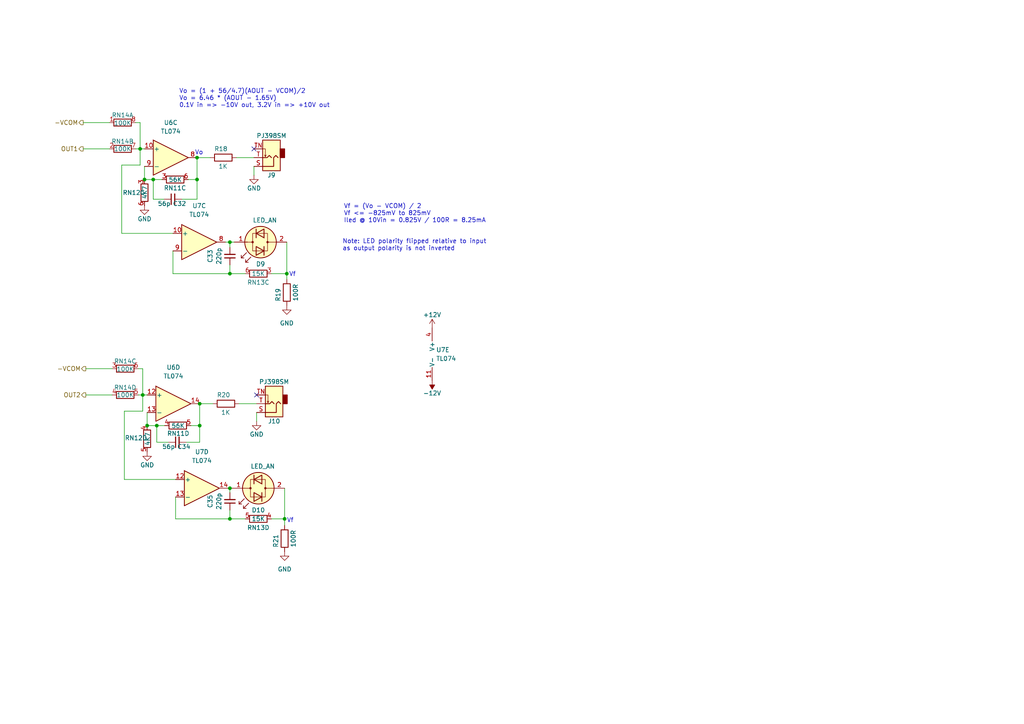
<source format=kicad_sch>
(kicad_sch (version 20211123) (generator eeschema)
  (paper "A4")
  (lib_symbols
    (symbol "Amplifier_Operational:TL074" (pin_names (offset 0.127))
      (property "Reference" "U" (at 0 5.08 0))
      (property "Value" "TL074" (at 0 -5.08 0))
      (symbol "TL074_1_1"
        (polyline (pts (xy -5.08 5.08) (xy 5.08 0) (xy -5.08 -5.08) (xy -5.08 5.08)) (stroke (width 0.254)) (fill (type background)))
        (pin output line (at 7.62 0 180) (length 2.54) (name "~") (number "1"))
        (pin input line (at -7.62 -2.54 0) (length 2.54) (name "-") (number "2"))
        (pin input line (at -7.62 2.54 0) (length 2.54) (name "+") (number "3"))
      )
      (symbol "TL074_2_1"
        (polyline (pts (xy -5.08 5.08) (xy 5.08 0) (xy -5.08 -5.08) (xy -5.08 5.08)) (stroke (width 0.254)) (fill (type background)))
        (pin input line (at -7.62 2.54 0) (length 2.54) (name "+") (number "5"))
        (pin input line (at -7.62 -2.54 0) (length 2.54) (name "-") (number "6"))
        (pin output line (at 7.62 0 180) (length 2.54) (name "~") (number "7"))
      )
      (symbol "TL074_3_1"
        (polyline (pts (xy -5.08 5.08) (xy 5.08 0) (xy -5.08 -5.08) (xy -5.08 5.08)) (stroke (width 0.254)) (fill (type background)))
        (pin input line (at -7.62 2.54 0) (length 2.54) (name "+") (number "10"))
        (pin output line (at 7.62 0 180) (length 2.54) (name "~") (number "8"))
        (pin input line (at -7.62 -2.54 0) (length 2.54) (name "-") (number "9"))
      )
      (symbol "TL074_4_1"
        (polyline (pts (xy -5.08 5.08) (xy 5.08 0) (xy -5.08 -5.08) (xy -5.08 5.08)) (stroke (width 0.254)) (fill (type background)))
        (pin input line (at -7.62 2.54 0) (length 2.54) (name "+") (number "12"))
        (pin input line (at -7.62 -2.54 0) (length 2.54) (name "-") (number "13"))
        (pin output line (at 7.62 0 180) (length 2.54) (name "~") (number "14"))
      )
      (symbol "TL074_5_1"
        (pin power_in line (at -2.54 -7.62 90) (length 3.81) (name "V-") (number "11"))
        (pin power_in line (at -2.54 7.62 270) (length 3.81) (name "V+") (number "4"))
      )
    )
    (symbol "Connector:AudioJack2_SwitchT"
      (property "Reference" "J" (at 0 8.89 0))
      (property "Value" "AudioJack2_SwitchT" (at 0 6.35 0))
      (symbol "AudioJack2_SwitchT_0_1"
        (rectangle (start -2.54 0) (end -3.81 -2.54) (stroke (width 0.254)) (fill (type outline)))
        (polyline (pts (xy 1.778 -0.254) (xy 2.032 -0.762)))
        (polyline (pts (xy 0 0) (xy 0.635 -0.635) (xy 1.27 0) (xy 2.54 0)) (stroke (width 0.254)))
        (polyline (pts (xy 2.54 -2.54) (xy 1.778 -2.54) (xy 1.778 -0.254) (xy 1.524 -0.762)))
        (polyline (pts (xy 2.54 2.54) (xy -0.635 2.54) (xy -0.635 0) (xy -1.27 -0.635) (xy -1.905 0)) (stroke (width 0.254)))
        (rectangle (start 2.54 3.81) (end -2.54 -5.08) (stroke (width 0.254)) (fill (type background)))
      )
      (symbol "AudioJack2_SwitchT_1_1"
        (pin passive line (at 5.08 2.54 180) (length 2.54) (name "~") (number "S"))
        (pin passive line (at 5.08 0 180) (length 2.54) (name "~") (number "T"))
        (pin passive line (at 5.08 -2.54 180) (length 2.54) (name "~") (number "TN"))
      )
    )
    (symbol "Device:C_Small" (pin_numbers hide) (pin_names (offset 0.254) hide)
      (property "Reference" "C" (at 0.254 1.778 0))
      (property "Value" "C_Small" (at 0.254 -2.032 0))
      (symbol "C_Small_0_1"
        (polyline (pts (xy -1.524 -0.508) (xy 1.524 -0.508)) (stroke (width 0.3302)))
        (polyline (pts (xy -1.524 0.508) (xy 1.524 0.508)) (stroke (width 0.3048)))
      )
      (symbol "C_Small_1_1"
        (pin passive line (at 0 2.54 270) (length 2.032) (name "~") (number "1"))
        (pin passive line (at 0 -2.54 90) (length 2.032) (name "~") (number "2"))
      )
    )
    (symbol "Device:LED_Dual_Bidirectional" (pin_names (offset 0) hide)
      (property "Reference" "D" (at 0 5.715 0))
      (property "Value" "LED_Dual_Bidirectional" (at 0 -6.35 0))
      (symbol "LED_Dual_Bidirectional_0_1"
        (circle (center -2.032 0) (radius 0.254) (fill (type outline)))
        (polyline (pts (xy -4.572 0) (xy -2.54 0)))
        (polyline (pts (xy -2.032 0) (xy -2.54 0)))
        (polyline (pts (xy -1.016 3.81) (xy -1.016 1.27)) (stroke (width 0.254)))
        (polyline (pts (xy 1.27 -1.27) (xy 1.27 -3.81)) (stroke (width 0.254)))
        (polyline (pts (xy 4.064 0) (xy 2.286 0)) (fill (type outline)))
        (polyline (pts (xy 4.318 5.842) (xy 4.318 5.08)) (stroke (width 0.2032)))
        (polyline (pts (xy 5.588 4.572) (xy 5.588 3.81)) (stroke (width 0.2032)))
        (polyline (pts (xy 2.794 4.318) (xy 4.318 5.842) (xy 3.556 5.842)) (stroke (width 0.2032)))
        (polyline (pts (xy 4.064 3.048) (xy 5.588 4.572) (xy 4.826 4.572)) (stroke (width 0.2032)))
        (polyline (pts (xy -1.016 -1.27) (xy -1.016 -3.81) (xy 1.27 -2.54) (xy -1.016 -1.27)) (stroke (width 0.254)))
        (polyline (pts (xy 1.27 3.81) (xy 1.27 1.27) (xy -1.016 2.54) (xy 1.27 3.81)) (stroke (width 0.254)))
        (polyline (pts (xy 2.286 2.54) (xy -2.032 2.54) (xy -2.032 -2.54) (xy 2.286 -2.54) (xy 2.286 2.54)))
        (circle (center 0 0) (radius 4.572) (stroke (width 0.254)) (fill (type background)))
        (circle (center 2.286 0) (radius 0.254) (fill (type outline)))
      )
      (symbol "LED_Dual_Bidirectional_1_1"
        (pin input line (at 7.62 0 180) (length 3.81) (name "KA") (number "1"))
        (pin input line (at -7.62 0 0) (length 3.048) (name "AK") (number "2"))
      )
    )
    (symbol "Device:R" (pin_numbers hide) (pin_names (offset 0))
      (property "Reference" "R" (at 2.032 0 90))
      (property "Value" "R" (at 0 0 90))
      (symbol "R_0_1"
        (rectangle (start -1.016 -2.54) (end 1.016 2.54) (stroke (width 0.254)))
      )
      (symbol "R_1_1"
        (pin passive line (at 0 3.81 270) (length 1.27) (name "~") (number "1"))
        (pin passive line (at 0 -3.81 90) (length 1.27) (name "~") (number "2"))
      )
    )
    (symbol "Device:R_Pack04_Split" (pin_names (offset 0) hide)
      (property "Reference" "RN" (at 2.032 0 90))
      (property "Value" "R_Pack04_Split" (at 0 0 90))
      (symbol "R_Pack04_Split_0_1"
        (rectangle (start 1.016 2.54) (end -1.016 -2.54) (stroke (width 0.254)))
      )
      (symbol "R_Pack04_Split_1_1"
        (pin passive line (at 0 -3.81 90) (length 1.27) (name "R1.1") (number "1"))
        (pin passive line (at 0 3.81 270) (length 1.27) (name "R1.2") (number "8"))
      )
      (symbol "R_Pack04_Split_2_1"
        (pin passive line (at 0 -3.81 90) (length 1.27) (name "R2.1") (number "2"))
        (pin passive line (at 0 3.81 270) (length 1.27) (name "R2.2") (number "7"))
      )
      (symbol "R_Pack04_Split_3_1"
        (pin passive line (at 0 -3.81 90) (length 1.27) (name "R3.1") (number "3"))
        (pin passive line (at 0 3.81 270) (length 1.27) (name "R3.2") (number "6"))
      )
      (symbol "R_Pack04_Split_4_1"
        (pin passive line (at 0 -3.81 90) (length 1.27) (name "R4.1") (number "4"))
        (pin passive line (at 0 3.81 270) (length 1.27) (name "R4.2") (number "5"))
      )
    )
    (symbol "power:+12V" (power) (pin_names (offset 0))
      (property "Value" "+12V" (at 0 3.556 0))
      (symbol "+12V_0_1"
        (polyline (pts (xy -0.762 1.27) (xy 0 2.54)))
        (polyline (pts (xy 0 0) (xy 0 2.54)))
        (polyline (pts (xy 0 2.54) (xy 0.762 1.27)))
      )
      (symbol "+12V_1_1"
        (pin power_in line (at 0 0 90) (length 0) hide (name "+12V") (number "1"))
      )
    )
    (symbol "power:-12V" (power) (pin_names (offset 0))
      (property "Value" "-12V" (at 0 3.81 0))
      (symbol "-12V_0_0"
        (pin power_in line (at 0 0 90) (length 0) hide (name "-12V") (number "1"))
      )
      (symbol "-12V_0_1"
        (polyline (pts (xy 0 0) (xy 0 1.27) (xy 0.762 1.27) (xy 0 2.54) (xy -0.762 1.27) (xy 0 1.27)) (fill (type outline)))
      )
    )
    (symbol "power:GND" (power) (pin_names (offset 0))
      (property "Value" "GND" (at 0 -3.81 0))
      (symbol "GND_0_1"
        (polyline (pts (xy 0 0) (xy 0 -1.27) (xy 1.27 -1.27) (xy 0 -2.54) (xy -1.27 -1.27) (xy 0 -1.27)))
      )
      (symbol "GND_1_1"
        (pin power_in line (at 0 0 270) (length 0) hide (name "GND") (number "1"))
      )
    )
  )
  (junction (at 66.675 141.605))
  (junction (at 57.912 117.094))
  (junction (at 66.675 79.375))
  (junction (at 66.675 150.495))
  (junction (at 57.912 123.444))
  (junction (at 57.15 52.07))
  (junction (at 41.91 52.07))
  (junction (at 42.672 123.444))
  (junction (at 57.15 45.72))
  (junction (at 41.402 114.554))
  (junction (at 82.55 150.495))
  (junction (at 40.64 43.18))
  (junction (at 44.45 52.07))
  (junction (at 83.185 79.375))
  (junction (at 45.4711 123.444))
  (junction (at 66.675 70.231))
  (no_connect (at 73.66 43.18))
  (no_connect (at 74.422 114.554))
  (wire (pts (xy 42.672 123.444) (xy 42.672 119.634)))
  (wire (pts (xy 50.165 72.771) (xy 50.165 79.375)))
  (wire (pts (xy 24.13 43.18) (xy 31.75 43.18)))
  (wire (pts (xy 45.4711 128.27) (xy 45.4711 123.444)))
  (wire (pts (xy 50.927 150.495) (xy 66.675 150.495)))
  (wire (pts (xy 57.15 52.07) (xy 57.15 45.72)))
  (wire (pts (xy 41.402 114.554) (xy 42.672 114.554)))
  (wire (pts (xy 71.12 79.375) (xy 66.675 79.375)))
  (wire (pts (xy 83.185 79.375) (xy 83.185 81.026)))
  (wire (pts (xy 36.068 139.065) (xy 36.068 119.253)))
  (wire (pts (xy 41.402 106.934) (xy 41.402 114.554)))
  (wire (pts (xy 47.625 57.785) (xy 44.45 57.785)))
  (wire (pts (xy 66.675 150.495) (xy 71.12 150.495)))
  (wire (pts (xy 78.74 150.495) (xy 82.55 150.495)))
  (wire (pts (xy 66.675 70.231) (xy 67.945 70.231)))
  (wire (pts (xy 24.13 35.56) (xy 31.75 35.56)))
  (wire (pts (xy 73.66 48.26) (xy 73.66 50.8)))
  (wire (pts (xy 69.342 117.094) (xy 74.422 117.094)))
  (wire (pts (xy 46.99 52.07) (xy 44.45 52.07)))
  (wire (pts (xy 40.64 35.56) (xy 40.64 43.18)))
  (wire (pts (xy 82.55 141.605) (xy 82.55 150.495)))
  (wire (pts (xy 82.55 150.495) (xy 82.55 152.4)))
  (wire (pts (xy 40.64 43.18) (xy 41.91 43.18)))
  (wire (pts (xy 78.74 79.375) (xy 83.185 79.375)))
  (wire (pts (xy 44.45 52.07) (xy 41.91 52.07)))
  (wire (pts (xy 39.37 35.56) (xy 40.64 35.56)))
  (wire (pts (xy 35.306 67.691) (xy 50.165 67.691)))
  (wire (pts (xy 66.675 141.605) (xy 66.675 142.875)))
  (wire (pts (xy 66.675 141.605) (xy 67.31 141.605)))
  (wire (pts (xy 40.64 47.879) (xy 40.64 43.18)))
  (wire (pts (xy 35.306 47.879) (xy 40.64 47.879)))
  (wire (pts (xy 65.405 70.231) (xy 66.675 70.231)))
  (wire (pts (xy 39.37 43.18) (xy 40.64 43.18)))
  (wire (pts (xy 41.91 52.07) (xy 41.91 48.26)))
  (wire (pts (xy 45.4711 123.444) (xy 42.672 123.444)))
  (wire (pts (xy 36.068 119.253) (xy 41.402 119.253)))
  (wire (pts (xy 35.306 67.691) (xy 35.306 47.879)))
  (wire (pts (xy 36.068 139.065) (xy 50.927 139.065)))
  (wire (pts (xy 40.132 106.934) (xy 41.402 106.934)))
  (wire (pts (xy 48.895 128.27) (xy 45.4711 128.27)))
  (wire (pts (xy 57.912 128.27) (xy 57.912 123.444)))
  (wire (pts (xy 52.705 57.785) (xy 57.15 57.785)))
  (wire (pts (xy 41.402 119.253) (xy 41.402 114.554)))
  (wire (pts (xy 55.372 123.444) (xy 57.912 123.444)))
  (wire (pts (xy 57.15 57.785) (xy 57.15 52.07)))
  (wire (pts (xy 66.167 141.605) (xy 66.675 141.605)))
  (wire (pts (xy 66.675 70.231) (xy 66.675 71.755)))
  (wire (pts (xy 74.422 119.634) (xy 74.422 122.174)))
  (wire (pts (xy 57.912 123.444) (xy 57.912 117.094)))
  (wire (pts (xy 54.61 52.07) (xy 57.15 52.07)))
  (wire (pts (xy 50.927 144.145) (xy 50.927 150.495)))
  (wire (pts (xy 24.892 114.554) (xy 32.512 114.554)))
  (wire (pts (xy 24.892 106.934) (xy 32.512 106.934)))
  (wire (pts (xy 57.15 45.72) (xy 60.96 45.72)))
  (wire (pts (xy 40.132 114.554) (xy 41.402 114.554)))
  (wire (pts (xy 83.185 70.231) (xy 83.185 79.375)))
  (wire (pts (xy 50.165 79.375) (xy 66.675 79.375)))
  (wire (pts (xy 66.675 79.375) (xy 66.675 76.835)))
  (wire (pts (xy 57.912 117.094) (xy 61.722 117.094)))
  (wire (pts (xy 53.975 128.27) (xy 57.912 128.27)))
  (wire (pts (xy 66.675 147.955) (xy 66.675 150.495)))
  (wire (pts (xy 68.58 45.72) (xy 73.66 45.72)))
  (wire (pts (xy 44.45 57.785) (xy 44.45 52.07)))
  (wire (pts (xy 47.752 123.444) (xy 45.4711 123.444)))
  (text "Vf" (at 83.185 151.765 0) (effects (font (size 1.27 1.27)) (justify left bottom)))
  (text "Vo" (at 56.515 45.085 0) (effects (font (size 1.27 1.27)) (justify left bottom)))
  (text "Vo = (1 + 56/4.7)(AOUT - VCOM)/2\nVo = 6.46 * (AOUT - 1.65V)\n0.1V in => -10V out, 3.2V in => +10V out" (at 51.943 31.369 0) (effects (font (size 1.27 1.27)) (justify left bottom)))
  (text "Vf" (at 83.82 80.391 0) (effects (font (size 1.27 1.27)) (justify left bottom)))
  (text "Vf = (Vo - VCOM) / 2\nVf <= -825mV to 825mV\nIled @ 10Vin = 0.825V / 100R = 8.25mA" (at 99.695 64.77 0) (effects (font (size 1.27 1.27)) (justify left bottom)))
  (text "Note: LED polarity flipped relative to input\nas output polarity is not inverted" (at 99.314 72.898 0) (effects (font (size 1.27 1.27)) (justify left bottom)))
  (hierarchical_label "OUT1" (shape output) (at 24.13 43.18 180))
  (hierarchical_label "-VCOM" (shape output) (at 24.892 106.934 180))
  (hierarchical_label "-VCOM" (shape output) (at 24.13 35.56 180))
  (hierarchical_label "OUT2" (shape output) (at 24.892 114.554 180))
  (symbol (lib_id "Device:R_Pack04_Split") (at 36.322 106.934 270) (unit 3)
    (property "Reference" "RN14" (at 36.322 104.775 90))
    (property "Value" "100K" (at 36.322 107.061 90))
    (property "Footprint" "Resistor_SMD:R_Cat16-4" (effects hide))
    (property "dig#" "CAT16-1003F4LFCT-ND" (effects hide))
    (property "mfg#" "CAT16-1003F4LF" (effects hide))
  )
  (symbol (lib_id "Device:R_Pack04_Split") (at 36.322 114.554 270) (unit 4)
    (property "Reference" "RN14" (at 36.322 112.395 90))
    (property "Value" "100K" (at 36.322 114.554 90))
    (property "Footprint" "Resistor_SMD:R_Cat16-4" (effects hide))
    (property "dig#" "CAT16-1003F4LFCT-ND" (effects hide))
    (property "mfg#" "CAT16-1003F4LF" (effects hide))
  )
  (symbol (lib_id "power:GND") (at 83.185 88.646 0) (unit 1)
    (property "Reference" "#PWR079" (effects hide))
    (property "Value" "GND" (at 83.185 93.726 0))
  )
  (symbol (lib_id "Connector:AudioJack2_SwitchT") (at 79.502 117.094 180) (unit 1)
    (property "Reference" "J10" (at 79.502 122.174 0))
    (property "Value" "PJ398SM" (at 79.502 110.744 0))
    (property "Footprint" "AudioJacks:Jack_3.5mm_QingPu_WQP-PJ302M_Horizontal" (effects hide))
  )
  (symbol (lib_id "power:+12V") (at 125.349 95.123 0) (unit 1)
    (property "Reference" "#PWR080" (effects hide))
    (property "Value" "+12V" (at 122.682 91.313 0) (effects (justify left)))
  )
  (symbol (lib_id "Device:R_Pack04_Split") (at 35.56 43.18 270) (unit 2)
    (property "Reference" "RN14" (at 35.56 41.021 90))
    (property "Value" "100K" (at 35.56 43.18 90))
    (property "Footprint" "Resistor_SMD:R_Cat16-4" (effects hide))
    (property "dig#" "CAT16-1003F4LFCT-ND" (effects hide))
    (property "mfg#" "CAT16-1003F4LF" (effects hide))
  )
  (symbol (lib_id "Device:R_Pack04_Split") (at 41.91 55.88 180) (unit 3)
    (property "Reference" "RN12" (at 35.56 55.88 0) (effects (justify right)))
    (property "Value" "4K7" (at 41.9935 57.7659 90) (effects (justify right)))
    (property "Footprint" "Resistor_SMD:R_Cat16-4" (effects hide))
    (property "dig#" "CAT16-4701F4LFCT-ND" (effects hide))
    (property "mfg#" "CAT16-472F4LF" (effects hide))
  )
  (symbol (lib_id "Device:LED_Dual_Bidirectional") (at 75.565 70.231 180) (unit 1)
    (property "Reference" "D9" (at 75.565 76.581 0))
    (property "Value" "LED_AN" (at 76.835 63.881 0))
    (property "Footprint" "LED_SMD:LED_1206_3216Metric" (effects hide))
    (property "dig#" "1497-1314-1-ND" (effects hide))
    (property "mfg#" "XZMDKVG55W-4" (effects hide))
  )
  (symbol (lib_id "Amplifier_Operational:TL074") (at 127.889 102.743 0) (unit 5)
    (property "Reference" "U7" (at 126.492 101.4729 0) (effects (justify left)))
    (property "Value" "TL074" (at 126.492 104.0129 0) (effects (justify left)))
    (property "Footprint" "Package_SO:TSSOP-14_4.4x5mm_P0.65mm" (effects hide))
    (property "Datasheet" "http://www.ti.com/lit/ds/symlink/tl071.pdf" (effects hide))
    (property "dig#" "296-26697-5-ND" (effects hide))
    (property "mfg#" "TL074CPW" (effects hide))
  )
  (symbol (lib_id "power:GND") (at 74.422 122.174 0) (unit 1)
    (property "Reference" "#PWR082" (effects hide))
    (property "Value" "GND" (at 72.39 125.984 0) (effects (justify left)))
  )
  (symbol (lib_id "Device:C_Small") (at 66.675 145.415 180) (unit 1)
    (property "Reference" "C35" (at 60.96 145.415 90))
    (property "Value" "220p" (at 63.5 145.415 90))
    (property "Footprint" "Capacitor_SMD:C_0603_1608Metric" (effects hide))
  )
  (symbol (lib_id "Device:R") (at 64.77 45.72 90) (unit 1)
    (property "Reference" "R18" (at 66.04 43.18 90) (effects (justify left)))
    (property "Value" "1K" (at 66.04 48.26 90) (effects (justify left)))
    (property "Footprint" "Resistor_SMD:R_0603_1608Metric" (effects hide))
  )
  (symbol (lib_id "power:GND") (at 41.91 59.69 0) (unit 1)
    (property "Reference" "#PWR078" (effects hide))
    (property "Value" "GND" (at 39.878 63.5 0) (effects (justify left)))
  )
  (symbol (lib_id "power:-12V") (at 125.349 110.363 180) (unit 1)
    (property "Reference" "#PWR081" (effects hide))
    (property "Value" "-12V" (at 122.682 114.046 0) (effects (justify right)))
  )
  (symbol (lib_id "Device:R_Pack04_Split") (at 42.672 127.254 180) (unit 4)
    (property "Reference" "RN12" (at 36.1946 127.027 0) (effects (justify right)))
    (property "Value" "4K7" (at 42.8273 129.2802 90) (effects (justify right)))
    (property "Footprint" "Resistor_SMD:R_Cat16-4" (effects hide))
    (property "dig#" "CAT16-4701F4LFCT-ND" (effects hide))
    (property "mfg#" "CAT16-472F4LF" (effects hide))
  )
  (symbol (lib_id "Device:R_Pack04_Split") (at 50.8 52.07 270) (unit 3)
    (property "Reference" "RN11" (at 50.7619 54.5301 90))
    (property "Value" "56K" (at 50.8525 52.1025 90))
    (property "Footprint" "Resistor_SMD:R_Cat16-4" (effects hide))
    (property "dig#" "CAT16-563J4LFCT-ND" (effects hide))
    (property "mfg#" "CAT16-563J4LF" (effects hide))
  )
  (symbol (lib_id "Connector:AudioJack2_SwitchT") (at 78.74 45.72 180) (unit 1)
    (property "Reference" "J9" (at 78.74 50.8 0))
    (property "Value" "PJ398SM" (at 78.74 39.37 0))
    (property "Footprint" "AudioJacks:Jack_3.5mm_QingPu_WQP-PJ302M_Horizontal" (effects hide))
  )
  (symbol (lib_id "Device:R_Pack04_Split") (at 51.562 123.444 270) (unit 4)
    (property "Reference" "RN11" (at 51.7058 125.7263 90))
    (property "Value" "56K" (at 51.6514 123.4979 90))
    (property "Footprint" "Resistor_SMD:R_Cat16-4" (effects hide))
    (property "dig#" "CAT16-563J4LFCT-ND" (effects hide))
    (property "mfg#" "CAT16-563J4LF" (effects hide))
  )
  (symbol (lib_id "Device:R") (at 82.55 156.21 180) (unit 1)
    (property "Reference" "R21" (at 80.01 154.94 90) (effects (justify left)))
    (property "Value" "100R" (at 85.09 153.67 90) (effects (justify left)))
    (property "Footprint" "Resistor_SMD:R_0603_1608Metric" (effects hide))
  )
  (symbol (lib_id "Amplifier_Operational:TL074") (at 50.292 117.094 0) (unit 4)
    (property "Reference" "U6" (at 50.292 106.553 0))
    (property "Value" "TL074" (at 50.292 109.093 0))
    (property "Footprint" "Package_SO:TSSOP-14_4.4x5mm_P0.65mm" (effects hide))
    (property "Datasheet" "http://www.ti.com/lit/ds/symlink/tl071.pdf" (effects hide))
    (property "dig#" "296-26697-5-ND" (effects hide))
    (property "mfg#" "TL074CPW" (effects hide))
  )
  (symbol (lib_id "Device:R_Pack04_Split") (at 35.56 35.56 270) (unit 1)
    (property "Reference" "RN14" (at 35.56 33.401 90))
    (property "Value" "100K" (at 35.56 35.687 90))
    (property "Footprint" "Resistor_SMD:R_Cat16-4" (effects hide))
    (property "dig#" "CAT16-1003F4LFCT-ND" (effects hide))
    (property "mfg#" "CAT16-1003F4LF" (effects hide))
  )
  (symbol (lib_id "power:GND") (at 73.66 50.8 0) (unit 1)
    (property "Reference" "#PWR077" (effects hide))
    (property "Value" "GND" (at 71.628 54.61 0) (effects (justify left)))
  )
  (symbol (lib_id "power:GND") (at 42.672 131.064 0) (unit 1)
    (property "Reference" "#PWR083" (effects hide))
    (property "Value" "GND" (at 40.64 134.874 0) (effects (justify left)))
  )
  (symbol (lib_id "power:GND") (at 82.55 160.02 0) (unit 1)
    (property "Reference" "#PWR084" (effects hide))
    (property "Value" "GND" (at 82.55 165.1 0))
  )
  (symbol (lib_id "Amplifier_Operational:TL074") (at 58.547 141.605 0) (unit 4)
    (property "Reference" "U7" (at 58.547 131.064 0))
    (property "Value" "TL074" (at 58.547 133.604 0))
    (property "Footprint" "Package_SO:TSSOP-14_4.4x5mm_P0.65mm" (effects hide))
    (property "Datasheet" "http://www.ti.com/lit/ds/symlink/tl071.pdf" (effects hide))
    (property "dig#" "296-26697-5-ND" (effects hide))
    (property "mfg#" "TL074CPW" (effects hide))
  )
  (symbol (lib_id "Amplifier_Operational:TL074") (at 57.785 70.231 0) (unit 3)
    (property "Reference" "U7" (at 57.785 59.69 0))
    (property "Value" "TL074" (at 57.785 62.23 0))
    (property "Footprint" "Package_SO:TSSOP-14_4.4x5mm_P0.65mm" (effects hide))
    (property "Datasheet" "http://www.ti.com/lit/ds/symlink/tl071.pdf" (effects hide))
    (property "dig#" "296-26697-5-ND" (effects hide))
    (property "mfg#" "TL074CPW" (effects hide))
  )
  (symbol (lib_id "Device:R") (at 65.532 117.094 90) (unit 1)
    (property "Reference" "R20" (at 66.802 114.554 90) (effects (justify left)))
    (property "Value" "1K" (at 66.802 119.634 90) (effects (justify left)))
    (property "Footprint" "Resistor_SMD:R_0603_1608Metric" (effects hide))
  )
  (symbol (lib_id "Amplifier_Operational:TL074") (at 49.53 45.72 0) (unit 3)
    (property "Reference" "U6" (at 49.53 35.56 0))
    (property "Value" "TL074" (at 49.53 38.1 0))
    (property "Footprint" "Package_SO:TSSOP-14_4.4x5mm_P0.65mm" (effects hide))
    (property "Datasheet" "http://www.ti.com/lit/ds/symlink/tl071.pdf" (effects hide))
    (property "dig#" "296-26697-5-ND" (effects hide))
    (property "mfg#" "TL074CPW" (effects hide))
  )
  (symbol (lib_id "Device:R") (at 83.185 84.836 180) (unit 1)
    (property "Reference" "R19" (at 80.645 83.566 90) (effects (justify left)))
    (property "Value" "100R" (at 85.725 82.296 90) (effects (justify left)))
    (property "Footprint" "Resistor_SMD:R_0603_1608Metric" (effects hide))
  )
  (symbol (lib_id "Device:C_Small") (at 50.165 57.785 90) (unit 1)
    (property "Reference" "C32" (at 52.07 59.055 90))
    (property "Value" "56p" (at 47.625 59.055 90))
    (property "Footprint" "Capacitor_SMD:C_0603_1608Metric" (effects hide))
  )
  (symbol (lib_id "Device:LED_Dual_Bidirectional") (at 74.93 141.605 180) (unit 1)
    (property "Reference" "D10" (at 74.93 147.955 0))
    (property "Value" "LED_AN" (at 76.2 135.255 0))
    (property "Footprint" "LED_SMD:LED_1206_3216Metric" (effects hide))
    (property "dig#" "1497-1314-1-ND" (effects hide))
    (property "mfg#" "XZMDKVG55W-4" (effects hide))
  )
  (symbol (lib_id "Device:C_Small") (at 51.435 128.27 90) (unit 1)
    (property "Reference" "C34" (at 53.34 129.54 90))
    (property "Value" "56p" (at 48.895 129.54 90))
    (property "Footprint" "Capacitor_SMD:C_0603_1608Metric" (effects hide))
  )
  (symbol (lib_id "Device:C_Small") (at 66.675 74.295 180) (unit 1)
    (property "Reference" "C33" (at 60.96 74.295 90))
    (property "Value" "220p" (at 63.5 74.295 90))
    (property "Footprint" "Capacitor_SMD:C_0603_1608Metric" (effects hide))
  )
  (symbol (lib_id "Device:R_Pack04_Split") (at 74.93 79.375 90) (unit 3)
    (property "Reference" "RN13" (at 74.93 81.915 90))
    (property "Value" "15K" (at 74.93 79.375 90))
    (property "Footprint" "Resistor_SMD:R_Cat16-4" (effects hide))
    (property "dig#" "CAT16-1502F4LFCT-ND" (effects hide))
    (property "mfg#" "CAT16-1502F4LF" (effects hide))
  )
  (symbol (lib_id "Device:R_Pack04_Split") (at 74.93 150.495 90) (unit 4)
    (property "Reference" "RN13" (at 74.93 153.035 90))
    (property "Value" "15K" (at 74.93 150.495 90))
    (property "Footprint" "Resistor_SMD:R_Cat16-4" (effects hide))
    (property "dig#" "CAT16-1502F4LFCT-ND" (effects hide))
    (property "mfg#" "CAT16-1502F4LF" (effects hide))
  )
)
</source>
